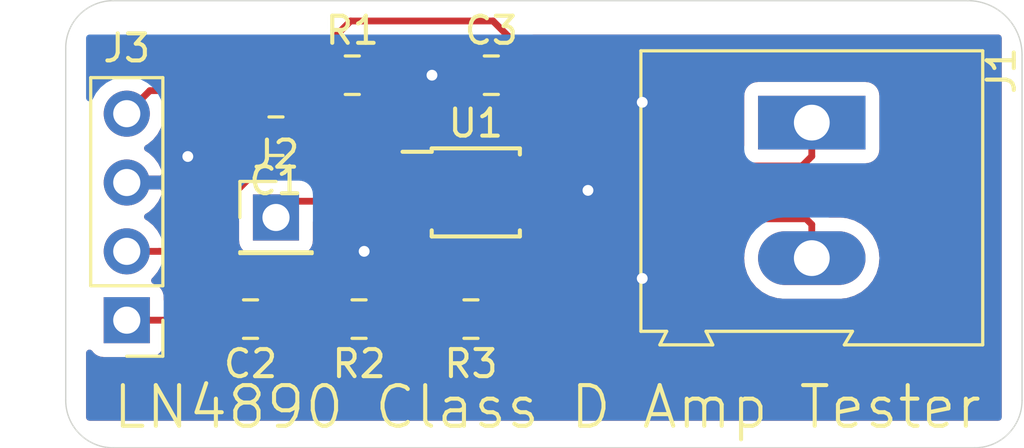
<source format=kicad_pcb>
(kicad_pcb (version 20171130) (host pcbnew 5.1.2)

  (general
    (thickness 1.6)
    (drawings 9)
    (tracks 51)
    (zones 0)
    (modules 10)
    (nets 11)
  )

  (page A4)
  (layers
    (0 F.Cu signal)
    (31 B.Cu signal)
    (32 B.Adhes user)
    (33 F.Adhes user)
    (34 B.Paste user)
    (35 F.Paste user)
    (36 B.SilkS user)
    (37 F.SilkS user)
    (38 B.Mask user)
    (39 F.Mask user)
    (40 Dwgs.User user)
    (41 Cmts.User user)
    (42 Eco1.User user)
    (43 Eco2.User user)
    (44 Edge.Cuts user)
    (45 Margin user)
    (46 B.CrtYd user)
    (47 F.CrtYd user)
    (48 B.Fab user)
    (49 F.Fab user)
  )

  (setup
    (last_trace_width 0.25)
    (trace_clearance 0.2)
    (zone_clearance 0.508)
    (zone_45_only no)
    (trace_min 0.2)
    (via_size 0.8)
    (via_drill 0.4)
    (via_min_size 0.4)
    (via_min_drill 0.3)
    (uvia_size 0.3)
    (uvia_drill 0.1)
    (uvias_allowed no)
    (uvia_min_size 0.2)
    (uvia_min_drill 0.1)
    (edge_width 0.05)
    (segment_width 0.2)
    (pcb_text_width 0.3)
    (pcb_text_size 1.5 1.5)
    (mod_edge_width 0.12)
    (mod_text_size 1 1)
    (mod_text_width 0.15)
    (pad_size 1.524 1.524)
    (pad_drill 0.762)
    (pad_to_mask_clearance 0.051)
    (solder_mask_min_width 0.25)
    (aux_axis_origin 0 0)
    (visible_elements FFFFFF7F)
    (pcbplotparams
      (layerselection 0x010fc_ffffffff)
      (usegerberextensions false)
      (usegerberattributes false)
      (usegerberadvancedattributes false)
      (creategerberjobfile false)
      (excludeedgelayer true)
      (linewidth 0.100000)
      (plotframeref false)
      (viasonmask false)
      (mode 1)
      (useauxorigin false)
      (hpglpennumber 1)
      (hpglpenspeed 20)
      (hpglpendiameter 15.000000)
      (psnegative false)
      (psa4output false)
      (plotreference true)
      (plotvalue true)
      (plotinvisibletext false)
      (padsonsilk false)
      (subtractmaskfromsilk false)
      (outputformat 1)
      (mirror false)
      (drillshape 0)
      (scaleselection 1)
      (outputdirectory "Gerbers/"))
  )

  (net 0 "")
  (net 1 VSS)
  (net 2 "Net-(C1-Pad1)")
  (net 3 "Net-(C2-Pad1)")
  (net 4 Audio)
  (net 5 VCC)
  (net 6 "Net-(J1-Pad1)")
  (net 7 "Net-(J1-Pad2)")
  (net 8 "Net-(J2-Pad1)")
  (net 9 Shutdown)
  (net 10 "Net-(R2-Pad1)")

  (net_class Default "This is the default net class."
    (clearance 0.2)
    (trace_width 0.25)
    (via_dia 0.8)
    (via_drill 0.4)
    (uvia_dia 0.3)
    (uvia_drill 0.1)
    (add_net Audio)
    (add_net "Net-(C1-Pad1)")
    (add_net "Net-(C2-Pad1)")
    (add_net "Net-(J1-Pad1)")
    (add_net "Net-(J1-Pad2)")
    (add_net "Net-(J2-Pad1)")
    (add_net "Net-(R2-Pad1)")
    (add_net Shutdown)
    (add_net VCC)
    (add_net VSS)
  )

  (module Capacitor_SMD:C_0805_2012Metric (layer F.Cu) (tedit 5B36C52B) (tstamp 5D137A3E)
    (at 136.5 82.75 180)
    (descr "Capacitor SMD 0805 (2012 Metric), square (rectangular) end terminal, IPC_7351 nominal, (Body size source: https://docs.google.com/spreadsheets/d/1BsfQQcO9C6DZCsRaXUlFlo91Tg2WpOkGARC1WS5S8t0/edit?usp=sharing), generated with kicad-footprint-generator")
    (tags capacitor)
    (path /5D084ED0)
    (attr smd)
    (fp_text reference C1 (at 0 -1.65) (layer F.SilkS)
      (effects (font (size 1 1) (thickness 0.15)))
    )
    (fp_text value 1uF (at 0 1.65) (layer F.Fab)
      (effects (font (size 1 1) (thickness 0.15)))
    )
    (fp_text user %R (at 0 0) (layer F.Fab)
      (effects (font (size 0.5 0.5) (thickness 0.08)))
    )
    (fp_line (start 1.68 0.95) (end -1.68 0.95) (layer F.CrtYd) (width 0.05))
    (fp_line (start 1.68 -0.95) (end 1.68 0.95) (layer F.CrtYd) (width 0.05))
    (fp_line (start -1.68 -0.95) (end 1.68 -0.95) (layer F.CrtYd) (width 0.05))
    (fp_line (start -1.68 0.95) (end -1.68 -0.95) (layer F.CrtYd) (width 0.05))
    (fp_line (start -0.258578 0.71) (end 0.258578 0.71) (layer F.SilkS) (width 0.12))
    (fp_line (start -0.258578 -0.71) (end 0.258578 -0.71) (layer F.SilkS) (width 0.12))
    (fp_line (start 1 0.6) (end -1 0.6) (layer F.Fab) (width 0.1))
    (fp_line (start 1 -0.6) (end 1 0.6) (layer F.Fab) (width 0.1))
    (fp_line (start -1 -0.6) (end 1 -0.6) (layer F.Fab) (width 0.1))
    (fp_line (start -1 0.6) (end -1 -0.6) (layer F.Fab) (width 0.1))
    (pad 2 smd roundrect (at 0.9375 0 180) (size 0.975 1.4) (layers F.Cu F.Paste F.Mask) (roundrect_rratio 0.25)
      (net 1 VSS))
    (pad 1 smd roundrect (at -0.9375 0 180) (size 0.975 1.4) (layers F.Cu F.Paste F.Mask) (roundrect_rratio 0.25)
      (net 2 "Net-(C1-Pad1)"))
    (model ${KISYS3DMOD}/Capacitor_SMD.3dshapes/C_0805_2012Metric.wrl
      (at (xyz 0 0 0))
      (scale (xyz 1 1 1))
      (rotate (xyz 0 0 0))
    )
  )

  (module Capacitor_SMD:C_0805_2012Metric (layer F.Cu) (tedit 5B36C52B) (tstamp 5D137A4F)
    (at 135.5625 89.5 180)
    (descr "Capacitor SMD 0805 (2012 Metric), square (rectangular) end terminal, IPC_7351 nominal, (Body size source: https://docs.google.com/spreadsheets/d/1BsfQQcO9C6DZCsRaXUlFlo91Tg2WpOkGARC1WS5S8t0/edit?usp=sharing), generated with kicad-footprint-generator")
    (tags capacitor)
    (path /5D084496)
    (attr smd)
    (fp_text reference C2 (at 0 -1.65) (layer F.SilkS)
      (effects (font (size 1 1) (thickness 0.15)))
    )
    (fp_text value 0.39uF (at 0 1.65) (layer F.Fab)
      (effects (font (size 1 1) (thickness 0.15)))
    )
    (fp_line (start -1 0.6) (end -1 -0.6) (layer F.Fab) (width 0.1))
    (fp_line (start -1 -0.6) (end 1 -0.6) (layer F.Fab) (width 0.1))
    (fp_line (start 1 -0.6) (end 1 0.6) (layer F.Fab) (width 0.1))
    (fp_line (start 1 0.6) (end -1 0.6) (layer F.Fab) (width 0.1))
    (fp_line (start -0.258578 -0.71) (end 0.258578 -0.71) (layer F.SilkS) (width 0.12))
    (fp_line (start -0.258578 0.71) (end 0.258578 0.71) (layer F.SilkS) (width 0.12))
    (fp_line (start -1.68 0.95) (end -1.68 -0.95) (layer F.CrtYd) (width 0.05))
    (fp_line (start -1.68 -0.95) (end 1.68 -0.95) (layer F.CrtYd) (width 0.05))
    (fp_line (start 1.68 -0.95) (end 1.68 0.95) (layer F.CrtYd) (width 0.05))
    (fp_line (start 1.68 0.95) (end -1.68 0.95) (layer F.CrtYd) (width 0.05))
    (fp_text user %R (at 0 0) (layer F.Fab)
      (effects (font (size 0.5 0.5) (thickness 0.08)))
    )
    (pad 1 smd roundrect (at -0.9375 0 180) (size 0.975 1.4) (layers F.Cu F.Paste F.Mask) (roundrect_rratio 0.25)
      (net 3 "Net-(C2-Pad1)"))
    (pad 2 smd roundrect (at 0.9375 0 180) (size 0.975 1.4) (layers F.Cu F.Paste F.Mask) (roundrect_rratio 0.25)
      (net 4 Audio))
    (model ${KISYS3DMOD}/Capacitor_SMD.3dshapes/C_0805_2012Metric.wrl
      (at (xyz 0 0 0))
      (scale (xyz 1 1 1))
      (rotate (xyz 0 0 0))
    )
  )

  (module Capacitor_SMD:C_0805_2012Metric (layer F.Cu) (tedit 5B36C52B) (tstamp 5D137A60)
    (at 144.4375 80.5)
    (descr "Capacitor SMD 0805 (2012 Metric), square (rectangular) end terminal, IPC_7351 nominal, (Body size source: https://docs.google.com/spreadsheets/d/1BsfQQcO9C6DZCsRaXUlFlo91Tg2WpOkGARC1WS5S8t0/edit?usp=sharing), generated with kicad-footprint-generator")
    (tags capacitor)
    (path /5D0885AA)
    (attr smd)
    (fp_text reference C3 (at 0 -1.65) (layer F.SilkS)
      (effects (font (size 1 1) (thickness 0.15)))
    )
    (fp_text value 1uF (at 0 1.65) (layer F.Fab)
      (effects (font (size 1 1) (thickness 0.15)))
    )
    (fp_line (start -1 0.6) (end -1 -0.6) (layer F.Fab) (width 0.1))
    (fp_line (start -1 -0.6) (end 1 -0.6) (layer F.Fab) (width 0.1))
    (fp_line (start 1 -0.6) (end 1 0.6) (layer F.Fab) (width 0.1))
    (fp_line (start 1 0.6) (end -1 0.6) (layer F.Fab) (width 0.1))
    (fp_line (start -0.258578 -0.71) (end 0.258578 -0.71) (layer F.SilkS) (width 0.12))
    (fp_line (start -0.258578 0.71) (end 0.258578 0.71) (layer F.SilkS) (width 0.12))
    (fp_line (start -1.68 0.95) (end -1.68 -0.95) (layer F.CrtYd) (width 0.05))
    (fp_line (start -1.68 -0.95) (end 1.68 -0.95) (layer F.CrtYd) (width 0.05))
    (fp_line (start 1.68 -0.95) (end 1.68 0.95) (layer F.CrtYd) (width 0.05))
    (fp_line (start 1.68 0.95) (end -1.68 0.95) (layer F.CrtYd) (width 0.05))
    (fp_text user %R (at 0 0) (layer F.Fab)
      (effects (font (size 0.5 0.5) (thickness 0.08)))
    )
    (pad 1 smd roundrect (at -0.9375 0) (size 0.975 1.4) (layers F.Cu F.Paste F.Mask) (roundrect_rratio 0.25)
      (net 1 VSS))
    (pad 2 smd roundrect (at 0.9375 0) (size 0.975 1.4) (layers F.Cu F.Paste F.Mask) (roundrect_rratio 0.25)
      (net 5 VCC))
    (model ${KISYS3DMOD}/Capacitor_SMD.3dshapes/C_0805_2012Metric.wrl
      (at (xyz 0 0 0))
      (scale (xyz 1 1 1))
      (rotate (xyz 0 0 0))
    )
  )

  (module TerminalBlock:TerminalBlock_Altech_AK300-2_P5.00mm (layer F.Cu) (tedit 59FF0306) (tstamp 5D137AC7)
    (at 156.25 82.25 270)
    (descr "Altech AK300 terminal block, pitch 5.0mm, 45 degree angled, see http://www.mouser.com/ds/2/16/PCBMETRC-24178.pdf")
    (tags "Altech AK300 terminal block pitch 5.0mm")
    (path /5D1C9714)
    (fp_text reference J1 (at -1.92 -6.99 90) (layer F.SilkS)
      (effects (font (size 1 1) (thickness 0.15)))
    )
    (fp_text value Out (at 2.78 7.75 90) (layer F.Fab)
      (effects (font (size 1 1) (thickness 0.15)))
    )
    (fp_text user %R (at 2.5 -2 90) (layer F.Fab)
      (effects (font (size 1 1) (thickness 0.15)))
    )
    (fp_line (start -2.65 -6.3) (end -2.65 6.3) (layer F.SilkS) (width 0.12))
    (fp_line (start -2.65 6.3) (end 7.7 6.3) (layer F.SilkS) (width 0.12))
    (fp_line (start 7.7 6.3) (end 7.7 5.35) (layer F.SilkS) (width 0.12))
    (fp_line (start 7.7 5.35) (end 8.2 5.6) (layer F.SilkS) (width 0.12))
    (fp_line (start 8.2 5.6) (end 8.2 3.7) (layer F.SilkS) (width 0.12))
    (fp_line (start 8.2 3.7) (end 8.2 3.65) (layer F.SilkS) (width 0.12))
    (fp_line (start 8.2 3.65) (end 7.7 3.9) (layer F.SilkS) (width 0.12))
    (fp_line (start 7.7 3.9) (end 7.7 -1.5) (layer F.SilkS) (width 0.12))
    (fp_line (start 7.7 -1.5) (end 8.2 -1.2) (layer F.SilkS) (width 0.12))
    (fp_line (start 8.2 -1.2) (end 8.2 -6.3) (layer F.SilkS) (width 0.12))
    (fp_line (start 8.2 -6.3) (end -2.65 -6.3) (layer F.SilkS) (width 0.12))
    (fp_line (start -1.26 2.54) (end 1.28 2.54) (layer F.Fab) (width 0.1))
    (fp_line (start 1.28 2.54) (end 1.28 -0.25) (layer F.Fab) (width 0.1))
    (fp_line (start -1.26 -0.25) (end 1.28 -0.25) (layer F.Fab) (width 0.1))
    (fp_line (start -1.26 2.54) (end -1.26 -0.25) (layer F.Fab) (width 0.1))
    (fp_line (start 3.74 2.54) (end 6.28 2.54) (layer F.Fab) (width 0.1))
    (fp_line (start 6.28 2.54) (end 6.28 -0.25) (layer F.Fab) (width 0.1))
    (fp_line (start 3.74 -0.25) (end 6.28 -0.25) (layer F.Fab) (width 0.1))
    (fp_line (start 3.74 2.54) (end 3.74 -0.25) (layer F.Fab) (width 0.1))
    (fp_line (start 7.61 -6.22) (end 7.61 -3.17) (layer F.Fab) (width 0.1))
    (fp_line (start 7.61 -6.22) (end -2.58 -6.22) (layer F.Fab) (width 0.1))
    (fp_line (start 7.61 -6.22) (end 8.11 -6.22) (layer F.Fab) (width 0.1))
    (fp_line (start 8.11 -6.22) (end 8.11 -1.4) (layer F.Fab) (width 0.1))
    (fp_line (start 8.11 -1.4) (end 7.61 -1.65) (layer F.Fab) (width 0.1))
    (fp_line (start 8.11 5.46) (end 7.61 5.21) (layer F.Fab) (width 0.1))
    (fp_line (start 7.61 5.21) (end 7.61 6.22) (layer F.Fab) (width 0.1))
    (fp_line (start 8.11 3.81) (end 7.61 4.06) (layer F.Fab) (width 0.1))
    (fp_line (start 7.61 4.06) (end 7.61 5.21) (layer F.Fab) (width 0.1))
    (fp_line (start 8.11 3.81) (end 8.11 5.46) (layer F.Fab) (width 0.1))
    (fp_line (start 2.98 6.22) (end 2.98 4.32) (layer F.Fab) (width 0.1))
    (fp_line (start 7.05 -0.25) (end 7.05 4.32) (layer F.Fab) (width 0.1))
    (fp_line (start 2.98 6.22) (end 7.05 6.22) (layer F.Fab) (width 0.1))
    (fp_line (start 7.05 6.22) (end 7.61 6.22) (layer F.Fab) (width 0.1))
    (fp_line (start 2.04 6.22) (end 2.04 4.32) (layer F.Fab) (width 0.1))
    (fp_line (start 2.04 6.22) (end 2.98 6.22) (layer F.Fab) (width 0.1))
    (fp_line (start -2.02 -0.25) (end -2.02 4.32) (layer F.Fab) (width 0.1))
    (fp_line (start -2.58 6.22) (end -2.02 6.22) (layer F.Fab) (width 0.1))
    (fp_line (start -2.02 6.22) (end 2.04 6.22) (layer F.Fab) (width 0.1))
    (fp_line (start 2.98 4.32) (end 7.05 4.32) (layer F.Fab) (width 0.1))
    (fp_line (start 2.98 4.32) (end 2.98 -0.25) (layer F.Fab) (width 0.1))
    (fp_line (start 7.05 4.32) (end 7.05 6.22) (layer F.Fab) (width 0.1))
    (fp_line (start 2.04 4.32) (end -2.02 4.32) (layer F.Fab) (width 0.1))
    (fp_line (start 2.04 4.32) (end 2.04 -0.25) (layer F.Fab) (width 0.1))
    (fp_line (start -2.02 4.32) (end -2.02 6.22) (layer F.Fab) (width 0.1))
    (fp_line (start 6.67 3.68) (end 6.67 0.51) (layer F.Fab) (width 0.1))
    (fp_line (start 6.67 3.68) (end 3.36 3.68) (layer F.Fab) (width 0.1))
    (fp_line (start 3.36 3.68) (end 3.36 0.51) (layer F.Fab) (width 0.1))
    (fp_line (start 1.66 3.68) (end 1.66 0.51) (layer F.Fab) (width 0.1))
    (fp_line (start 1.66 3.68) (end -1.64 3.68) (layer F.Fab) (width 0.1))
    (fp_line (start -1.64 3.68) (end -1.64 0.51) (layer F.Fab) (width 0.1))
    (fp_line (start -1.64 0.51) (end -1.26 0.51) (layer F.Fab) (width 0.1))
    (fp_line (start 1.66 0.51) (end 1.28 0.51) (layer F.Fab) (width 0.1))
    (fp_line (start 3.36 0.51) (end 3.74 0.51) (layer F.Fab) (width 0.1))
    (fp_line (start 6.67 0.51) (end 6.28 0.51) (layer F.Fab) (width 0.1))
    (fp_line (start -2.58 6.22) (end -2.58 -0.64) (layer F.Fab) (width 0.1))
    (fp_line (start -2.58 -0.64) (end -2.58 -3.17) (layer F.Fab) (width 0.1))
    (fp_line (start 7.61 -1.65) (end 7.61 -0.64) (layer F.Fab) (width 0.1))
    (fp_line (start 7.61 -0.64) (end 7.61 4.06) (layer F.Fab) (width 0.1))
    (fp_line (start -2.58 -3.17) (end 7.61 -3.17) (layer F.Fab) (width 0.1))
    (fp_line (start -2.58 -3.17) (end -2.58 -6.22) (layer F.Fab) (width 0.1))
    (fp_line (start 7.61 -3.17) (end 7.61 -1.65) (layer F.Fab) (width 0.1))
    (fp_line (start 2.98 -3.43) (end 2.98 -5.97) (layer F.Fab) (width 0.1))
    (fp_line (start 2.98 -5.97) (end 7.05 -5.97) (layer F.Fab) (width 0.1))
    (fp_line (start 7.05 -5.97) (end 7.05 -3.43) (layer F.Fab) (width 0.1))
    (fp_line (start 7.05 -3.43) (end 2.98 -3.43) (layer F.Fab) (width 0.1))
    (fp_line (start 2.04 -3.43) (end 2.04 -5.97) (layer F.Fab) (width 0.1))
    (fp_line (start 2.04 -3.43) (end -2.02 -3.43) (layer F.Fab) (width 0.1))
    (fp_line (start -2.02 -3.43) (end -2.02 -5.97) (layer F.Fab) (width 0.1))
    (fp_line (start 2.04 -5.97) (end -2.02 -5.97) (layer F.Fab) (width 0.1))
    (fp_line (start 3.39 -4.45) (end 6.44 -5.08) (layer F.Fab) (width 0.1))
    (fp_line (start 3.52 -4.32) (end 6.56 -4.95) (layer F.Fab) (width 0.1))
    (fp_line (start -1.62 -4.45) (end 1.44 -5.08) (layer F.Fab) (width 0.1))
    (fp_line (start -1.49 -4.32) (end 1.56 -4.95) (layer F.Fab) (width 0.1))
    (fp_line (start -2.02 -0.25) (end -1.64 -0.25) (layer F.Fab) (width 0.1))
    (fp_line (start 2.04 -0.25) (end 1.66 -0.25) (layer F.Fab) (width 0.1))
    (fp_line (start 1.66 -0.25) (end -1.64 -0.25) (layer F.Fab) (width 0.1))
    (fp_line (start -2.58 -0.64) (end -1.64 -0.64) (layer F.Fab) (width 0.1))
    (fp_line (start -1.64 -0.64) (end 1.66 -0.64) (layer F.Fab) (width 0.1))
    (fp_line (start 1.66 -0.64) (end 3.36 -0.64) (layer F.Fab) (width 0.1))
    (fp_line (start 7.61 -0.64) (end 6.67 -0.64) (layer F.Fab) (width 0.1))
    (fp_line (start 6.67 -0.64) (end 3.36 -0.64) (layer F.Fab) (width 0.1))
    (fp_line (start 7.05 -0.25) (end 6.67 -0.25) (layer F.Fab) (width 0.1))
    (fp_line (start 2.98 -0.25) (end 3.36 -0.25) (layer F.Fab) (width 0.1))
    (fp_line (start 3.36 -0.25) (end 6.67 -0.25) (layer F.Fab) (width 0.1))
    (fp_line (start -2.83 -6.47) (end 8.36 -6.47) (layer F.CrtYd) (width 0.05))
    (fp_line (start -2.83 -6.47) (end -2.83 6.47) (layer F.CrtYd) (width 0.05))
    (fp_line (start 8.36 6.47) (end 8.36 -6.47) (layer F.CrtYd) (width 0.05))
    (fp_line (start 8.36 6.47) (end -2.83 6.47) (layer F.CrtYd) (width 0.05))
    (fp_arc (start 6.03 -4.59) (end 6.54 -5.05) (angle 90.5) (layer F.Fab) (width 0.1))
    (fp_arc (start 5.07 -6.07) (end 6.53 -4.12) (angle 75.5) (layer F.Fab) (width 0.1))
    (fp_arc (start 4.99 -3.71) (end 3.39 -5) (angle 100) (layer F.Fab) (width 0.1))
    (fp_arc (start 3.87 -4.65) (end 3.58 -4.13) (angle 104.2) (layer F.Fab) (width 0.1))
    (fp_arc (start 1.03 -4.59) (end 1.53 -5.05) (angle 90.5) (layer F.Fab) (width 0.1))
    (fp_arc (start 0.06 -6.07) (end 1.53 -4.12) (angle 75.5) (layer F.Fab) (width 0.1))
    (fp_arc (start -0.01 -3.71) (end -1.62 -5) (angle 100) (layer F.Fab) (width 0.1))
    (fp_arc (start -1.13 -4.65) (end -1.42 -4.13) (angle 104.2) (layer F.Fab) (width 0.1))
    (pad 1 thru_hole rect (at 0 0 270) (size 1.98 3.96) (drill 1.32) (layers *.Cu *.Mask)
      (net 6 "Net-(J1-Pad1)"))
    (pad 2 thru_hole oval (at 5 0 270) (size 1.98 3.96) (drill 1.32) (layers *.Cu *.Mask)
      (net 7 "Net-(J1-Pad2)"))
    (model ${KISYS3DMOD}/TerminalBlock.3dshapes/TerminalBlock_Altech_AK300-2_P5.00mm.wrl
      (at (xyz 0 0 0))
      (scale (xyz 1 1 1))
      (rotate (xyz 0 0 0))
    )
  )

  (module Connector_PinHeader_2.54mm:PinHeader_1x01_P2.54mm_Vertical (layer F.Cu) (tedit 59FED5CC) (tstamp 5D137ADC)
    (at 136.5 85.75)
    (descr "Through hole straight pin header, 1x01, 2.54mm pitch, single row")
    (tags "Through hole pin header THT 1x01 2.54mm single row")
    (path /5D0881D0)
    (fp_text reference J2 (at 0 -2.33) (layer F.SilkS)
      (effects (font (size 1 1) (thickness 0.15)))
    )
    (fp_text value Conn_01x01 (at 0 2.33) (layer F.Fab)
      (effects (font (size 1 1) (thickness 0.15)))
    )
    (fp_line (start -0.635 -1.27) (end 1.27 -1.27) (layer F.Fab) (width 0.1))
    (fp_line (start 1.27 -1.27) (end 1.27 1.27) (layer F.Fab) (width 0.1))
    (fp_line (start 1.27 1.27) (end -1.27 1.27) (layer F.Fab) (width 0.1))
    (fp_line (start -1.27 1.27) (end -1.27 -0.635) (layer F.Fab) (width 0.1))
    (fp_line (start -1.27 -0.635) (end -0.635 -1.27) (layer F.Fab) (width 0.1))
    (fp_line (start -1.33 1.33) (end 1.33 1.33) (layer F.SilkS) (width 0.12))
    (fp_line (start -1.33 1.27) (end -1.33 1.33) (layer F.SilkS) (width 0.12))
    (fp_line (start 1.33 1.27) (end 1.33 1.33) (layer F.SilkS) (width 0.12))
    (fp_line (start -1.33 1.27) (end 1.33 1.27) (layer F.SilkS) (width 0.12))
    (fp_line (start -1.33 0) (end -1.33 -1.33) (layer F.SilkS) (width 0.12))
    (fp_line (start -1.33 -1.33) (end 0 -1.33) (layer F.SilkS) (width 0.12))
    (fp_line (start -1.8 -1.8) (end -1.8 1.8) (layer F.CrtYd) (width 0.05))
    (fp_line (start -1.8 1.8) (end 1.8 1.8) (layer F.CrtYd) (width 0.05))
    (fp_line (start 1.8 1.8) (end 1.8 -1.8) (layer F.CrtYd) (width 0.05))
    (fp_line (start 1.8 -1.8) (end -1.8 -1.8) (layer F.CrtYd) (width 0.05))
    (fp_text user %R (at 0 0 90) (layer F.Fab)
      (effects (font (size 1 1) (thickness 0.15)))
    )
    (pad 1 thru_hole rect (at 0 0) (size 1.7 1.7) (drill 1) (layers *.Cu *.Mask)
      (net 8 "Net-(J2-Pad1)"))
    (model ${KISYS3DMOD}/Connector_PinHeader_2.54mm.3dshapes/PinHeader_1x01_P2.54mm_Vertical.wrl
      (at (xyz 0 0 0))
      (scale (xyz 1 1 1))
      (rotate (xyz 0 0 0))
    )
  )

  (module Connector_PinHeader_2.54mm:PinHeader_1x04_P2.54mm_Vertical (layer F.Cu) (tedit 59FED5CC) (tstamp 5D137AF4)
    (at 131 89.54 180)
    (descr "Through hole straight pin header, 1x04, 2.54mm pitch, single row")
    (tags "Through hole pin header THT 1x04 2.54mm single row")
    (path /5D1CFB8D)
    (fp_text reference J3 (at 0 10.04) (layer F.SilkS)
      (effects (font (size 1 1) (thickness 0.15)))
    )
    (fp_text value Conn_01x04 (at 0 9.95) (layer F.Fab)
      (effects (font (size 1 1) (thickness 0.15)))
    )
    (fp_line (start -0.635 -1.27) (end 1.27 -1.27) (layer F.Fab) (width 0.1))
    (fp_line (start 1.27 -1.27) (end 1.27 8.89) (layer F.Fab) (width 0.1))
    (fp_line (start 1.27 8.89) (end -1.27 8.89) (layer F.Fab) (width 0.1))
    (fp_line (start -1.27 8.89) (end -1.27 -0.635) (layer F.Fab) (width 0.1))
    (fp_line (start -1.27 -0.635) (end -0.635 -1.27) (layer F.Fab) (width 0.1))
    (fp_line (start -1.33 8.95) (end 1.33 8.95) (layer F.SilkS) (width 0.12))
    (fp_line (start -1.33 1.27) (end -1.33 8.95) (layer F.SilkS) (width 0.12))
    (fp_line (start 1.33 1.27) (end 1.33 8.95) (layer F.SilkS) (width 0.12))
    (fp_line (start -1.33 1.27) (end 1.33 1.27) (layer F.SilkS) (width 0.12))
    (fp_line (start -1.33 0) (end -1.33 -1.33) (layer F.SilkS) (width 0.12))
    (fp_line (start -1.33 -1.33) (end 0 -1.33) (layer F.SilkS) (width 0.12))
    (fp_line (start -1.8 -1.8) (end -1.8 9.4) (layer F.CrtYd) (width 0.05))
    (fp_line (start -1.8 9.4) (end 1.8 9.4) (layer F.CrtYd) (width 0.05))
    (fp_line (start 1.8 9.4) (end 1.8 -1.8) (layer F.CrtYd) (width 0.05))
    (fp_line (start 1.8 -1.8) (end -1.8 -1.8) (layer F.CrtYd) (width 0.05))
    (fp_text user %R (at 0 3.81 90) (layer F.Fab)
      (effects (font (size 1 1) (thickness 0.15)))
    )
    (pad 1 thru_hole rect (at 0 0 180) (size 1.7 1.7) (drill 1) (layers *.Cu *.Mask)
      (net 4 Audio))
    (pad 2 thru_hole oval (at 0 2.54 180) (size 1.7 1.7) (drill 1) (layers *.Cu *.Mask)
      (net 9 Shutdown))
    (pad 3 thru_hole oval (at 0 5.08 180) (size 1.7 1.7) (drill 1) (layers *.Cu *.Mask)
      (net 1 VSS))
    (pad 4 thru_hole oval (at 0 7.62 180) (size 1.7 1.7) (drill 1) (layers *.Cu *.Mask)
      (net 5 VCC))
    (model ${KISYS3DMOD}/Connector_PinHeader_2.54mm.3dshapes/PinHeader_1x04_P2.54mm_Vertical.wrl
      (at (xyz 0 0 0))
      (scale (xyz 1 1 1))
      (rotate (xyz 0 0 0))
    )
  )

  (module Resistor_SMD:R_0805_2012Metric (layer F.Cu) (tedit 5B36C52B) (tstamp 5D137B05)
    (at 139.3125 80.5)
    (descr "Resistor SMD 0805 (2012 Metric), square (rectangular) end terminal, IPC_7351 nominal, (Body size source: https://docs.google.com/spreadsheets/d/1BsfQQcO9C6DZCsRaXUlFlo91Tg2WpOkGARC1WS5S8t0/edit?usp=sharing), generated with kicad-footprint-generator")
    (tags resistor)
    (path /5D0833F1)
    (attr smd)
    (fp_text reference R1 (at 0 -1.65) (layer F.SilkS)
      (effects (font (size 1 1) (thickness 0.15)))
    )
    (fp_text value 20k (at 0 1.65) (layer F.Fab)
      (effects (font (size 1 1) (thickness 0.15)))
    )
    (fp_line (start -1 0.6) (end -1 -0.6) (layer F.Fab) (width 0.1))
    (fp_line (start -1 -0.6) (end 1 -0.6) (layer F.Fab) (width 0.1))
    (fp_line (start 1 -0.6) (end 1 0.6) (layer F.Fab) (width 0.1))
    (fp_line (start 1 0.6) (end -1 0.6) (layer F.Fab) (width 0.1))
    (fp_line (start -0.258578 -0.71) (end 0.258578 -0.71) (layer F.SilkS) (width 0.12))
    (fp_line (start -0.258578 0.71) (end 0.258578 0.71) (layer F.SilkS) (width 0.12))
    (fp_line (start -1.68 0.95) (end -1.68 -0.95) (layer F.CrtYd) (width 0.05))
    (fp_line (start -1.68 -0.95) (end 1.68 -0.95) (layer F.CrtYd) (width 0.05))
    (fp_line (start 1.68 -0.95) (end 1.68 0.95) (layer F.CrtYd) (width 0.05))
    (fp_line (start 1.68 0.95) (end -1.68 0.95) (layer F.CrtYd) (width 0.05))
    (fp_text user %R (at 0 0) (layer F.Fab)
      (effects (font (size 0.5 0.5) (thickness 0.08)))
    )
    (pad 1 smd roundrect (at -0.9375 0) (size 0.975 1.4) (layers F.Cu F.Paste F.Mask) (roundrect_rratio 0.25)
      (net 5 VCC))
    (pad 2 smd roundrect (at 0.9375 0) (size 0.975 1.4) (layers F.Cu F.Paste F.Mask) (roundrect_rratio 0.25)
      (net 9 Shutdown))
    (model ${KISYS3DMOD}/Resistor_SMD.3dshapes/R_0805_2012Metric.wrl
      (at (xyz 0 0 0))
      (scale (xyz 1 1 1))
      (rotate (xyz 0 0 0))
    )
  )

  (module Resistor_SMD:R_0805_2012Metric (layer F.Cu) (tedit 5B36C52B) (tstamp 5D137B16)
    (at 139.5625 89.5 180)
    (descr "Resistor SMD 0805 (2012 Metric), square (rectangular) end terminal, IPC_7351 nominal, (Body size source: https://docs.google.com/spreadsheets/d/1BsfQQcO9C6DZCsRaXUlFlo91Tg2WpOkGARC1WS5S8t0/edit?usp=sharing), generated with kicad-footprint-generator")
    (tags resistor)
    (path /5D083EB6)
    (attr smd)
    (fp_text reference R2 (at 0 -1.65) (layer F.SilkS)
      (effects (font (size 1 1) (thickness 0.15)))
    )
    (fp_text value 20k (at 0 1.65) (layer F.Fab)
      (effects (font (size 1 1) (thickness 0.15)))
    )
    (fp_line (start -1 0.6) (end -1 -0.6) (layer F.Fab) (width 0.1))
    (fp_line (start -1 -0.6) (end 1 -0.6) (layer F.Fab) (width 0.1))
    (fp_line (start 1 -0.6) (end 1 0.6) (layer F.Fab) (width 0.1))
    (fp_line (start 1 0.6) (end -1 0.6) (layer F.Fab) (width 0.1))
    (fp_line (start -0.258578 -0.71) (end 0.258578 -0.71) (layer F.SilkS) (width 0.12))
    (fp_line (start -0.258578 0.71) (end 0.258578 0.71) (layer F.SilkS) (width 0.12))
    (fp_line (start -1.68 0.95) (end -1.68 -0.95) (layer F.CrtYd) (width 0.05))
    (fp_line (start -1.68 -0.95) (end 1.68 -0.95) (layer F.CrtYd) (width 0.05))
    (fp_line (start 1.68 -0.95) (end 1.68 0.95) (layer F.CrtYd) (width 0.05))
    (fp_line (start 1.68 0.95) (end -1.68 0.95) (layer F.CrtYd) (width 0.05))
    (fp_text user %R (at 0 0) (layer F.Fab)
      (effects (font (size 0.5 0.5) (thickness 0.08)))
    )
    (pad 1 smd roundrect (at -0.9375 0 180) (size 0.975 1.4) (layers F.Cu F.Paste F.Mask) (roundrect_rratio 0.25)
      (net 10 "Net-(R2-Pad1)"))
    (pad 2 smd roundrect (at 0.9375 0 180) (size 0.975 1.4) (layers F.Cu F.Paste F.Mask) (roundrect_rratio 0.25)
      (net 3 "Net-(C2-Pad1)"))
    (model ${KISYS3DMOD}/Resistor_SMD.3dshapes/R_0805_2012Metric.wrl
      (at (xyz 0 0 0))
      (scale (xyz 1 1 1))
      (rotate (xyz 0 0 0))
    )
  )

  (module Resistor_SMD:R_0805_2012Metric (layer F.Cu) (tedit 5B36C52B) (tstamp 5D13827E)
    (at 143.6875 89.5 180)
    (descr "Resistor SMD 0805 (2012 Metric), square (rectangular) end terminal, IPC_7351 nominal, (Body size source: https://docs.google.com/spreadsheets/d/1BsfQQcO9C6DZCsRaXUlFlo91Tg2WpOkGARC1WS5S8t0/edit?usp=sharing), generated with kicad-footprint-generator")
    (tags resistor)
    (path /5D083996)
    (attr smd)
    (fp_text reference R3 (at 0 -1.65) (layer F.SilkS)
      (effects (font (size 1 1) (thickness 0.15)))
    )
    (fp_text value 20k (at 0 1.65) (layer F.Fab)
      (effects (font (size 1 1) (thickness 0.15)))
    )
    (fp_text user %R (at 0 0) (layer F.Fab)
      (effects (font (size 0.5 0.5) (thickness 0.08)))
    )
    (fp_line (start 1.68 0.95) (end -1.68 0.95) (layer F.CrtYd) (width 0.05))
    (fp_line (start 1.68 -0.95) (end 1.68 0.95) (layer F.CrtYd) (width 0.05))
    (fp_line (start -1.68 -0.95) (end 1.68 -0.95) (layer F.CrtYd) (width 0.05))
    (fp_line (start -1.68 0.95) (end -1.68 -0.95) (layer F.CrtYd) (width 0.05))
    (fp_line (start -0.258578 0.71) (end 0.258578 0.71) (layer F.SilkS) (width 0.12))
    (fp_line (start -0.258578 -0.71) (end 0.258578 -0.71) (layer F.SilkS) (width 0.12))
    (fp_line (start 1 0.6) (end -1 0.6) (layer F.Fab) (width 0.1))
    (fp_line (start 1 -0.6) (end 1 0.6) (layer F.Fab) (width 0.1))
    (fp_line (start -1 -0.6) (end 1 -0.6) (layer F.Fab) (width 0.1))
    (fp_line (start -1 0.6) (end -1 -0.6) (layer F.Fab) (width 0.1))
    (pad 2 smd roundrect (at 0.9375 0 180) (size 0.975 1.4) (layers F.Cu F.Paste F.Mask) (roundrect_rratio 0.25)
      (net 10 "Net-(R2-Pad1)"))
    (pad 1 smd roundrect (at -0.9375 0 180) (size 0.975 1.4) (layers F.Cu F.Paste F.Mask) (roundrect_rratio 0.25)
      (net 7 "Net-(J1-Pad2)"))
    (model ${KISYS3DMOD}/Resistor_SMD.3dshapes/R_0805_2012Metric.wrl
      (at (xyz 0 0 0))
      (scale (xyz 1 1 1))
      (rotate (xyz 0 0 0))
    )
  )

  (module Package_SO:TSSOP-8_3x3mm_P0.65mm (layer F.Cu) (tedit 5A02F25C) (tstamp 5D137B44)
    (at 143.865001 84.825001)
    (descr "TSSOP8: plastic thin shrink small outline package; 8 leads; body width 3 mm; (see NXP SSOP-TSSOP-VSO-REFLOW.pdf and sot505-1_po.pdf)")
    (tags "SSOP 0.65")
    (path /5D082A72)
    (attr smd)
    (fp_text reference U1 (at 0 -2.55) (layer F.SilkS)
      (effects (font (size 1 1) (thickness 0.15)))
    )
    (fp_text value LN4890 (at 0 2.55) (layer F.Fab)
      (effects (font (size 1 1) (thickness 0.15)))
    )
    (fp_line (start -0.5 -1.5) (end 1.5 -1.5) (layer F.Fab) (width 0.15))
    (fp_line (start 1.5 -1.5) (end 1.5 1.5) (layer F.Fab) (width 0.15))
    (fp_line (start 1.5 1.5) (end -1.5 1.5) (layer F.Fab) (width 0.15))
    (fp_line (start -1.5 1.5) (end -1.5 -0.5) (layer F.Fab) (width 0.15))
    (fp_line (start -1.5 -0.5) (end -0.5 -1.5) (layer F.Fab) (width 0.15))
    (fp_line (start -2.95 -1.8) (end -2.95 1.8) (layer F.CrtYd) (width 0.05))
    (fp_line (start 2.95 -1.8) (end 2.95 1.8) (layer F.CrtYd) (width 0.05))
    (fp_line (start -2.95 -1.8) (end 2.95 -1.8) (layer F.CrtYd) (width 0.05))
    (fp_line (start -2.95 1.8) (end 2.95 1.8) (layer F.CrtYd) (width 0.05))
    (fp_line (start -1.625 -1.625) (end -1.625 -1.5) (layer F.SilkS) (width 0.15))
    (fp_line (start 1.625 -1.625) (end 1.625 -1.4) (layer F.SilkS) (width 0.15))
    (fp_line (start 1.625 1.625) (end 1.625 1.4) (layer F.SilkS) (width 0.15))
    (fp_line (start -1.625 1.625) (end -1.625 1.4) (layer F.SilkS) (width 0.15))
    (fp_line (start -1.625 -1.625) (end 1.625 -1.625) (layer F.SilkS) (width 0.15))
    (fp_line (start -1.625 1.625) (end 1.625 1.625) (layer F.SilkS) (width 0.15))
    (fp_line (start -1.625 -1.5) (end -2.7 -1.5) (layer F.SilkS) (width 0.15))
    (fp_text user %R (at 0 0) (layer F.Fab)
      (effects (font (size 0.6 0.6) (thickness 0.15)))
    )
    (pad 1 smd rect (at -2.15 -0.975) (size 1.1 0.4) (layers F.Cu F.Paste F.Mask)
      (net 9 Shutdown))
    (pad 2 smd rect (at -2.15 -0.325) (size 1.1 0.4) (layers F.Cu F.Paste F.Mask)
      (net 2 "Net-(C1-Pad1)"))
    (pad 3 smd rect (at -2.15 0.325) (size 1.1 0.4) (layers F.Cu F.Paste F.Mask)
      (net 8 "Net-(J2-Pad1)"))
    (pad 4 smd rect (at -2.15 0.975) (size 1.1 0.4) (layers F.Cu F.Paste F.Mask)
      (net 10 "Net-(R2-Pad1)"))
    (pad 5 smd rect (at 2.15 0.975) (size 1.1 0.4) (layers F.Cu F.Paste F.Mask)
      (net 7 "Net-(J1-Pad2)"))
    (pad 6 smd rect (at 2.15 0.325) (size 1.1 0.4) (layers F.Cu F.Paste F.Mask)
      (net 5 VCC))
    (pad 7 smd rect (at 2.15 -0.325) (size 1.1 0.4) (layers F.Cu F.Paste F.Mask)
      (net 1 VSS))
    (pad 8 smd rect (at 2.15 -0.975) (size 1.1 0.4) (layers F.Cu F.Paste F.Mask)
      (net 6 "Net-(J1-Pad1)"))
    (model ${KISYS3DMOD}/Package_SO.3dshapes/TSSOP-8_3x3mm_P0.65mm.wrl
      (at (xyz 0 0 0))
      (scale (xyz 1 1 1))
      (rotate (xyz 0 0 0))
    )
  )

  (gr_arc (start 130.5 92.5) (end 128.75 92.5) (angle -90) (layer Edge.Cuts) (width 0.05))
  (gr_arc (start 130.5 79.5) (end 130.5 77.75) (angle -90) (layer Edge.Cuts) (width 0.05))
  (gr_arc (start 162 79.75) (end 164 79.75) (angle -90) (layer Edge.Cuts) (width 0.05))
  (gr_arc (start 162.25 92.5) (end 162.25 94.25) (angle -90) (layer Edge.Cuts) (width 0.05))
  (gr_line (start 164 79.75) (end 164 92.5) (layer Edge.Cuts) (width 0.05))
  (gr_line (start 130.5 77.75) (end 162 77.75) (layer Edge.Cuts) (width 0.05))
  (gr_line (start 128.75 92.5) (end 128.75 79.5) (layer Edge.Cuts) (width 0.05))
  (gr_line (start 162.25 94.25) (end 130.5 94.25) (layer Edge.Cuts) (width 0.05))
  (gr_text "LN4890 Class D Amp Tester" (at 146.5 92.75) (layer F.SilkS)
    (effects (font (size 1.5 1.5) (thickness 0.15)))
  )

  (segment (start 146.015001 84.500001) (end 147.750001 84.500001) (width 0.25) (layer F.Cu) (net 1))
  (via (at 148 84.75) (size 0.8) (drill 0.4) (layers F.Cu B.Cu) (net 1))
  (segment (start 147.750001 84.500001) (end 148 84.75) (width 0.25) (layer F.Cu) (net 1))
  (via (at 142.25 80.5) (size 0.8) (drill 0.4) (layers F.Cu B.Cu) (net 1))
  (via (at 133.25 83.5) (size 0.8) (drill 0.4) (layers F.Cu B.Cu) (net 1))
  (via (at 139.75 87) (size 0.8) (drill 0.4) (layers F.Cu B.Cu) (net 1))
  (via (at 150 88) (size 0.8) (drill 0.4) (layers F.Cu B.Cu) (net 1))
  (via (at 150 81.5) (size 0.8) (drill 0.4) (layers F.Cu B.Cu) (net 1))
  (segment (start 141.715001 84.500001) (end 139.500001 84.500001) (width 0.25) (layer F.Cu) (net 2))
  (segment (start 139.500001 84.500001) (end 137.5 82.5) (width 0.25) (layer F.Cu) (net 2))
  (segment (start 136.5 89.5) (end 138.75 89.5) (width 0.25) (layer F.Cu) (net 3))
  (segment (start 134.42 89.58) (end 134.5 89.5) (width 0.25) (layer F.Cu) (net 4))
  (segment (start 131 89.54) (end 134.71 89.54) (width 0.25) (layer F.Cu) (net 4))
  (segment (start 134.71 89.54) (end 134.75 89.5) (width 0.25) (layer F.Cu) (net 4))
  (segment (start 145.14 85.075) (end 145.14 80.61) (width 0.25) (layer F.Cu) (net 5))
  (segment (start 146.015001 85.150001) (end 145.215001 85.150001) (width 0.25) (layer F.Cu) (net 5))
  (segment (start 145.215001 85.150001) (end 145.14 85.075) (width 0.25) (layer F.Cu) (net 5))
  (segment (start 145.14 80.61) (end 145.25 80.5) (width 0.25) (layer F.Cu) (net 5))
  (segment (start 131.849999 81.070001) (end 137.679999 81.070001) (width 0.25) (layer F.Cu) (net 5))
  (segment (start 131 81.92) (end 131.849999 81.070001) (width 0.25) (layer F.Cu) (net 5))
  (segment (start 137.679999 81.070001) (end 138.25 80.5) (width 0.25) (layer F.Cu) (net 5))
  (segment (start 138.375 80.5) (end 138.375 79.375) (width 0.25) (layer F.Cu) (net 5))
  (segment (start 138.375 79.375) (end 139.25 78.5) (width 0.25) (layer F.Cu) (net 5))
  (segment (start 139.25 78.5) (end 144.5 78.5) (width 0.25) (layer F.Cu) (net 5))
  (segment (start 144.5 78.5) (end 145.25 79.25) (width 0.25) (layer F.Cu) (net 5))
  (segment (start 145.25 79.25) (end 145.25 80) (width 0.25) (layer F.Cu) (net 5))
  (segment (start 155.889999 83.850001) (end 156.25 83.49) (width 0.25) (layer F.Cu) (net 6))
  (segment (start 146.015001 83.850001) (end 155.889999 83.850001) (width 0.25) (layer F.Cu) (net 6))
  (segment (start 156.25 83.49) (end 156.25 82.25) (width 0.25) (layer F.Cu) (net 6))
  (segment (start 145.2125 89.5) (end 146 88.7125) (width 0.25) (layer F.Cu) (net 7))
  (segment (start 144.625 89.5) (end 145.2125 89.5) (width 0.25) (layer F.Cu) (net 7))
  (segment (start 146 88.7125) (end 146 86) (width 0.25) (layer F.Cu) (net 7))
  (segment (start 156.040001 85.800001) (end 156.25 86.01) (width 0.25) (layer F.Cu) (net 7))
  (segment (start 146.015001 85.800001) (end 156.040001 85.800001) (width 0.25) (layer F.Cu) (net 7))
  (segment (start 156.25 86.01) (end 156.25 87.25) (width 0.25) (layer F.Cu) (net 7))
  (segment (start 141.715001 85.150001) (end 137.099999 85.150001) (width 0.25) (layer F.Cu) (net 8))
  (segment (start 137.099999 85.150001) (end 136.5 85.75) (width 0.25) (layer F.Cu) (net 8))
  (segment (start 141.715001 83.400001) (end 140.25 81.935) (width 0.25) (layer F.Cu) (net 9))
  (segment (start 141.715001 83.850001) (end 141.715001 83.400001) (width 0.25) (layer F.Cu) (net 9))
  (segment (start 140.25 81.935) (end 140.25 80.75) (width 0.25) (layer F.Cu) (net 9))
  (segment (start 140.03999 81.72499) (end 136.95816 81.72499) (width 0.25) (layer F.Cu) (net 9))
  (segment (start 136.95816 81.72499) (end 136.37501 82.30814) (width 0.25) (layer F.Cu) (net 9))
  (segment (start 140.25 81.935) (end 140.03999 81.72499) (width 0.25) (layer F.Cu) (net 9))
  (segment (start 136.37501 82.30814) (end 136.37501 83.44184) (width 0.25) (layer F.Cu) (net 9))
  (segment (start 132.81685 87) (end 132.202081 87) (width 0.25) (layer F.Cu) (net 9))
  (segment (start 136.37501 83.44184) (end 132.81685 87) (width 0.25) (layer F.Cu) (net 9))
  (segment (start 132.202081 87) (end 131 87) (width 0.25) (layer F.Cu) (net 9))
  (segment (start 140.5 89.5) (end 141.75 88.25) (width 0.25) (layer F.Cu) (net 10))
  (segment (start 141.75 88.25) (end 141.75 85.75) (width 0.25) (layer F.Cu) (net 10))
  (segment (start 141.75 88.25) (end 141.75 88.5) (width 0.25) (layer F.Cu) (net 10))
  (segment (start 141.75 88.5) (end 142.75 89.5) (width 0.25) (layer F.Cu) (net 10))

  (zone (net 1) (net_name VSS) (layer F.Cu) (tstamp 5D1384F8) (hatch edge 0.508)
    (connect_pads (clearance 0.508))
    (min_thickness 0.254)
    (fill yes (arc_segments 32) (thermal_gap 0.508) (thermal_bridge_width 0.508))
    (polygon
      (pts
        (xy 129.5 79) (xy 129.5 93.25) (xy 163.25 93.25) (xy 163.25 79)
      )
    )
    (filled_polygon
      (pts
        (xy 163.123 93.123) (xy 129.627 93.123) (xy 129.627 90.753678) (xy 129.698815 90.841185) (xy 129.795506 90.920537)
        (xy 129.90582 90.979502) (xy 130.025518 91.015812) (xy 130.15 91.028072) (xy 131.85 91.028072) (xy 131.974482 91.015812)
        (xy 132.09418 90.979502) (xy 132.204494 90.920537) (xy 132.301185 90.841185) (xy 132.380537 90.744494) (xy 132.439502 90.63418)
        (xy 132.475812 90.514482) (xy 132.488072 90.39) (xy 132.488072 90.3) (xy 133.569916 90.3) (xy 133.648042 90.446164)
        (xy 133.757708 90.579792) (xy 133.891336 90.689458) (xy 134.043791 90.770947) (xy 134.209215 90.821128) (xy 134.38125 90.838072)
        (xy 134.86875 90.838072) (xy 135.040785 90.821128) (xy 135.206209 90.770947) (xy 135.358664 90.689458) (xy 135.492292 90.579792)
        (xy 135.5625 90.494244) (xy 135.632708 90.579792) (xy 135.766336 90.689458) (xy 135.918791 90.770947) (xy 136.084215 90.821128)
        (xy 136.25625 90.838072) (xy 136.74375 90.838072) (xy 136.915785 90.821128) (xy 137.081209 90.770947) (xy 137.233664 90.689458)
        (xy 137.367292 90.579792) (xy 137.476958 90.446164) (xy 137.558447 90.293709) (xy 137.5625 90.280348) (xy 137.566553 90.293709)
        (xy 137.648042 90.446164) (xy 137.757708 90.579792) (xy 137.891336 90.689458) (xy 138.043791 90.770947) (xy 138.209215 90.821128)
        (xy 138.38125 90.838072) (xy 138.86875 90.838072) (xy 139.040785 90.821128) (xy 139.206209 90.770947) (xy 139.358664 90.689458)
        (xy 139.492292 90.579792) (xy 139.5625 90.494244) (xy 139.632708 90.579792) (xy 139.766336 90.689458) (xy 139.918791 90.770947)
        (xy 140.084215 90.821128) (xy 140.25625 90.838072) (xy 140.74375 90.838072) (xy 140.915785 90.821128) (xy 141.081209 90.770947)
        (xy 141.233664 90.689458) (xy 141.367292 90.579792) (xy 141.476958 90.446164) (xy 141.558447 90.293709) (xy 141.608628 90.128285)
        (xy 141.625 89.962058) (xy 141.641372 90.128285) (xy 141.691553 90.293709) (xy 141.773042 90.446164) (xy 141.882708 90.579792)
        (xy 142.016336 90.689458) (xy 142.168791 90.770947) (xy 142.334215 90.821128) (xy 142.50625 90.838072) (xy 142.99375 90.838072)
        (xy 143.165785 90.821128) (xy 143.331209 90.770947) (xy 143.483664 90.689458) (xy 143.617292 90.579792) (xy 143.6875 90.494244)
        (xy 143.757708 90.579792) (xy 143.891336 90.689458) (xy 144.043791 90.770947) (xy 144.209215 90.821128) (xy 144.38125 90.838072)
        (xy 144.86875 90.838072) (xy 145.040785 90.821128) (xy 145.206209 90.770947) (xy 145.358664 90.689458) (xy 145.492292 90.579792)
        (xy 145.601958 90.446164) (xy 145.683447 90.293709) (xy 145.733628 90.128285) (xy 145.741428 90.049088) (xy 145.752501 90.040001)
        (xy 145.776303 90.010998) (xy 146.511004 89.276298) (xy 146.540001 89.252501) (xy 146.634974 89.136776) (xy 146.705546 89.004747)
        (xy 146.749003 88.861486) (xy 146.76 88.749833) (xy 146.76 88.749824) (xy 146.763676 88.712501) (xy 146.76 88.675178)
        (xy 146.76 86.604422) (xy 146.809181 86.589503) (xy 146.864374 86.560001) (xy 153.786245 86.560001) (xy 153.751432 86.625131)
        (xy 153.658513 86.931444) (xy 153.627138 87.25) (xy 153.658513 87.568556) (xy 153.751432 87.874869) (xy 153.902325 88.15717)
        (xy 154.105392 88.404608) (xy 154.35283 88.607675) (xy 154.635131 88.758568) (xy 154.941444 88.851487) (xy 155.180176 88.875)
        (xy 157.319824 88.875) (xy 157.558556 88.851487) (xy 157.864869 88.758568) (xy 158.14717 88.607675) (xy 158.394608 88.404608)
        (xy 158.597675 88.15717) (xy 158.748568 87.874869) (xy 158.841487 87.568556) (xy 158.872862 87.25) (xy 158.841487 86.931444)
        (xy 158.748568 86.625131) (xy 158.597675 86.34283) (xy 158.394608 86.095392) (xy 158.14717 85.892325) (xy 157.864869 85.741432)
        (xy 157.558556 85.648513) (xy 157.319824 85.625) (xy 156.905968 85.625) (xy 156.884974 85.585724) (xy 156.790001 85.469999)
        (xy 156.761003 85.446201) (xy 156.603804 85.289003) (xy 156.580002 85.26) (xy 156.464277 85.165027) (xy 156.332248 85.094455)
        (xy 156.188987 85.050998) (xy 156.077334 85.040001) (xy 156.077323 85.040001) (xy 156.040001 85.036325) (xy 156.002679 85.040001)
        (xy 147.203073 85.040001) (xy 147.203073 84.950001) (xy 147.190813 84.825519) (xy 147.189914 84.822555) (xy 147.200001 84.731751)
        (xy 147.132033 84.663783) (xy 147.112373 84.627003) (xy 147.200001 84.627003) (xy 147.200001 84.610001) (xy 155.852677 84.610001)
        (xy 155.889999 84.613677) (xy 155.927321 84.610001) (xy 155.927332 84.610001) (xy 156.038985 84.599004) (xy 156.182246 84.555547)
        (xy 156.314275 84.484975) (xy 156.43 84.390002) (xy 156.453803 84.360998) (xy 156.760998 84.053803) (xy 156.790001 84.030001)
        (xy 156.884974 83.914276) (xy 156.904326 83.878072) (xy 158.23 83.878072) (xy 158.354482 83.865812) (xy 158.47418 83.829502)
        (xy 158.584494 83.770537) (xy 158.681185 83.691185) (xy 158.760537 83.594494) (xy 158.819502 83.48418) (xy 158.855812 83.364482)
        (xy 158.868072 83.24) (xy 158.868072 81.26) (xy 158.855812 81.135518) (xy 158.819502 81.01582) (xy 158.760537 80.905506)
        (xy 158.681185 80.808815) (xy 158.584494 80.729463) (xy 158.47418 80.670498) (xy 158.354482 80.634188) (xy 158.23 80.621928)
        (xy 154.27 80.621928) (xy 154.145518 80.634188) (xy 154.02582 80.670498) (xy 153.915506 80.729463) (xy 153.818815 80.808815)
        (xy 153.739463 80.905506) (xy 153.680498 81.01582) (xy 153.644188 81.135518) (xy 153.631928 81.26) (xy 153.631928 83.090001)
        (xy 146.864374 83.090001) (xy 146.809181 83.060499) (xy 146.689483 83.024189) (xy 146.565001 83.011929) (xy 145.9 83.011929)
        (xy 145.9 81.787998) (xy 145.956209 81.770947) (xy 146.108664 81.689458) (xy 146.242292 81.579792) (xy 146.351958 81.446164)
        (xy 146.433447 81.293709) (xy 146.483628 81.128285) (xy 146.500572 80.95625) (xy 146.500572 80.04375) (xy 146.483628 79.871715)
        (xy 146.433447 79.706291) (xy 146.351958 79.553836) (xy 146.242292 79.420208) (xy 146.108664 79.310542) (xy 146.012762 79.259281)
        (xy 146.013676 79.249999) (xy 146.01 79.212676) (xy 146.01 79.212667) (xy 146.001562 79.127) (xy 163.123 79.127)
      )
    )
    (filled_polygon
      (pts
        (xy 135.011928 86.6) (xy 135.024188 86.724482) (xy 135.060498 86.84418) (xy 135.119463 86.954494) (xy 135.198815 87.051185)
        (xy 135.295506 87.130537) (xy 135.40582 87.189502) (xy 135.525518 87.225812) (xy 135.65 87.238072) (xy 137.35 87.238072)
        (xy 137.474482 87.225812) (xy 137.59418 87.189502) (xy 137.704494 87.130537) (xy 137.801185 87.051185) (xy 137.880537 86.954494)
        (xy 137.939502 86.84418) (xy 137.975812 86.724482) (xy 137.988072 86.6) (xy 137.988072 85.910001) (xy 140.526929 85.910001)
        (xy 140.526929 86.000001) (xy 140.539189 86.124483) (xy 140.575499 86.244181) (xy 140.634464 86.354495) (xy 140.713816 86.451186)
        (xy 140.810507 86.530538) (xy 140.920821 86.589503) (xy 140.990001 86.610488) (xy 140.99 87.935198) (xy 140.76152 88.163678)
        (xy 140.74375 88.161928) (xy 140.25625 88.161928) (xy 140.084215 88.178872) (xy 139.918791 88.229053) (xy 139.766336 88.310542)
        (xy 139.632708 88.420208) (xy 139.5625 88.505756) (xy 139.492292 88.420208) (xy 139.358664 88.310542) (xy 139.206209 88.229053)
        (xy 139.040785 88.178872) (xy 138.86875 88.161928) (xy 138.38125 88.161928) (xy 138.209215 88.178872) (xy 138.043791 88.229053)
        (xy 137.891336 88.310542) (xy 137.757708 88.420208) (xy 137.648042 88.553836) (xy 137.566553 88.706291) (xy 137.5625 88.719652)
        (xy 137.558447 88.706291) (xy 137.476958 88.553836) (xy 137.367292 88.420208) (xy 137.233664 88.310542) (xy 137.081209 88.229053)
        (xy 136.915785 88.178872) (xy 136.74375 88.161928) (xy 136.25625 88.161928) (xy 136.084215 88.178872) (xy 135.918791 88.229053)
        (xy 135.766336 88.310542) (xy 135.632708 88.420208) (xy 135.5625 88.505756) (xy 135.492292 88.420208) (xy 135.358664 88.310542)
        (xy 135.206209 88.229053) (xy 135.040785 88.178872) (xy 134.86875 88.161928) (xy 134.38125 88.161928) (xy 134.209215 88.178872)
        (xy 134.043791 88.229053) (xy 133.891336 88.310542) (xy 133.757708 88.420208) (xy 133.648042 88.553836) (xy 133.566553 88.706291)
        (xy 133.544194 88.78) (xy 132.488072 88.78) (xy 132.488072 88.69) (xy 132.475812 88.565518) (xy 132.439502 88.44582)
        (xy 132.380537 88.335506) (xy 132.301185 88.238815) (xy 132.204494 88.159463) (xy 132.09418 88.100498) (xy 132.025313 88.079607)
        (xy 132.055134 88.055134) (xy 132.240706 87.829014) (xy 132.277595 87.76) (xy 132.779528 87.76) (xy 132.81685 87.763676)
        (xy 132.854172 87.76) (xy 132.854183 87.76) (xy 132.965836 87.749003) (xy 133.109097 87.705546) (xy 133.241126 87.634974)
        (xy 133.356851 87.540001) (xy 133.380654 87.510997) (xy 135.011928 85.879723)
      )
    )
    (filled_polygon
      (pts
        (xy 142.658006 79.269463) (xy 142.561315 79.348815) (xy 142.481963 79.445506) (xy 142.422998 79.55582) (xy 142.386688 79.675518)
        (xy 142.374428 79.8) (xy 142.3775 80.21425) (xy 142.53625 80.373) (xy 143.373 80.373) (xy 143.373 80.353)
        (xy 143.627 80.353) (xy 143.627 80.373) (xy 143.647 80.373) (xy 143.647 80.627) (xy 143.627 80.627)
        (xy 143.627 81.67625) (xy 143.78575 81.835) (xy 143.9875 81.838072) (xy 144.111982 81.825812) (xy 144.23168 81.789502)
        (xy 144.341994 81.730537) (xy 144.380001 81.699346) (xy 144.38 85.037677) (xy 144.376324 85.075) (xy 144.38 85.112322)
        (xy 144.38 85.112332) (xy 144.390997 85.223985) (xy 144.415407 85.304454) (xy 144.434454 85.367246) (xy 144.505026 85.499276)
        (xy 144.511984 85.507754) (xy 144.599999 85.615001) (xy 144.629 85.638802) (xy 144.6512 85.661002) (xy 144.675 85.690002)
        (xy 144.790725 85.784975) (xy 144.826929 85.804327) (xy 144.826929 86.000001) (xy 144.839189 86.124483) (xy 144.875499 86.244181)
        (xy 144.934464 86.354495) (xy 145.013816 86.451186) (xy 145.110507 86.530538) (xy 145.220821 86.589503) (xy 145.240001 86.595321)
        (xy 145.24 88.247115) (xy 145.206209 88.229053) (xy 145.040785 88.178872) (xy 144.86875 88.161928) (xy 144.38125 88.161928)
        (xy 144.209215 88.178872) (xy 144.043791 88.229053) (xy 143.891336 88.310542) (xy 143.757708 88.420208) (xy 143.6875 88.505756)
        (xy 143.617292 88.420208) (xy 143.483664 88.310542) (xy 143.331209 88.229053) (xy 143.165785 88.178872) (xy 142.99375 88.161928)
        (xy 142.51 88.161928) (xy 142.51 86.589065) (xy 142.619495 86.530538) (xy 142.716186 86.451186) (xy 142.795538 86.354495)
        (xy 142.854503 86.244181) (xy 142.890813 86.124483) (xy 142.903073 86.000001) (xy 142.903073 85.600001) (xy 142.890813 85.475519)
        (xy 142.890656 85.475001) (xy 142.890813 85.474483) (xy 142.903073 85.350001) (xy 142.903073 84.950001) (xy 142.890813 84.825519)
        (xy 142.890656 84.825001) (xy 142.890813 84.824483) (xy 142.903073 84.700001) (xy 142.903073 84.300001) (xy 142.890813 84.175519)
        (xy 142.890656 84.175001) (xy 142.890813 84.174483) (xy 142.903073 84.050001) (xy 142.903073 83.650001) (xy 142.890813 83.525519)
        (xy 142.854503 83.405821) (xy 142.795538 83.295507) (xy 142.716186 83.198816) (xy 142.619495 83.119464) (xy 142.509181 83.060499)
        (xy 142.389483 83.024189) (xy 142.375124 83.022775) (xy 142.349975 82.975725) (xy 142.255002 82.86) (xy 142.226004 82.836202)
        (xy 141.036169 81.646368) (xy 141.117292 81.579792) (xy 141.226958 81.446164) (xy 141.308447 81.293709) (xy 141.336873 81.2)
        (xy 142.374428 81.2) (xy 142.386688 81.324482) (xy 142.422998 81.44418) (xy 142.481963 81.554494) (xy 142.561315 81.651185)
        (xy 142.658006 81.730537) (xy 142.76832 81.789502) (xy 142.888018 81.825812) (xy 143.0125 81.838072) (xy 143.21425 81.835)
        (xy 143.373 81.67625) (xy 143.373 80.627) (xy 142.53625 80.627) (xy 142.3775 80.78575) (xy 142.374428 81.2)
        (xy 141.336873 81.2) (xy 141.358628 81.128285) (xy 141.375572 80.95625) (xy 141.375572 80.04375) (xy 141.358628 79.871715)
        (xy 141.308447 79.706291) (xy 141.226958 79.553836) (xy 141.117292 79.420208) (xy 140.983664 79.310542) (xy 140.889107 79.26)
        (xy 142.67571 79.26)
      )
    )
    (filled_polygon
      (pts
        (xy 134.449188 81.925518) (xy 134.436928 82.05) (xy 134.44 82.46425) (xy 134.59875 82.623) (xy 135.4355 82.623)
        (xy 135.4355 82.603) (xy 135.61501 82.603) (xy 135.615011 82.897) (xy 135.4355 82.897) (xy 135.4355 82.877)
        (xy 134.59875 82.877) (xy 134.44 83.03575) (xy 134.436928 83.45) (xy 134.449188 83.574482) (xy 134.485498 83.69418)
        (xy 134.544463 83.804494) (xy 134.623815 83.901185) (xy 134.720506 83.980537) (xy 134.747228 83.99482) (xy 132.502049 86.24)
        (xy 132.277595 86.24) (xy 132.240706 86.170986) (xy 132.055134 85.944866) (xy 131.829014 85.759294) (xy 131.764477 85.724799)
        (xy 131.881355 85.655178) (xy 132.097588 85.460269) (xy 132.271641 85.22692) (xy 132.396825 84.964099) (xy 132.441476 84.81689)
        (xy 132.320155 84.587) (xy 131.127 84.587) (xy 131.127 84.607) (xy 130.873 84.607) (xy 130.873 84.587)
        (xy 130.853 84.587) (xy 130.853 84.333) (xy 130.873 84.333) (xy 130.873 84.313) (xy 131.127 84.313)
        (xy 131.127 84.333) (xy 132.320155 84.333) (xy 132.441476 84.10311) (xy 132.396825 83.955901) (xy 132.271641 83.69308)
        (xy 132.097588 83.459731) (xy 131.881355 83.264822) (xy 131.764477 83.195201) (xy 131.829014 83.160706) (xy 132.055134 82.975134)
        (xy 132.240706 82.749014) (xy 132.378599 82.491034) (xy 132.463513 82.211111) (xy 132.492185 81.92) (xy 132.483321 81.830001)
        (xy 134.478163 81.830001)
      )
    )
  )
  (zone (net 1) (net_name VSS) (layer B.Cu) (tstamp 5D1384F5) (hatch edge 0.508)
    (connect_pads (clearance 0.508))
    (min_thickness 0.254)
    (fill yes (arc_segments 32) (thermal_gap 0.508) (thermal_bridge_width 0.508))
    (polygon
      (pts
        (xy 129.5 79) (xy 129.5 93.25) (xy 163.25 93.25) (xy 163.25 79)
      )
    )
    (filled_polygon
      (pts
        (xy 163.123 93.123) (xy 129.627 93.123) (xy 129.627 90.753678) (xy 129.698815 90.841185) (xy 129.795506 90.920537)
        (xy 129.90582 90.979502) (xy 130.025518 91.015812) (xy 130.15 91.028072) (xy 131.85 91.028072) (xy 131.974482 91.015812)
        (xy 132.09418 90.979502) (xy 132.204494 90.920537) (xy 132.301185 90.841185) (xy 132.380537 90.744494) (xy 132.439502 90.63418)
        (xy 132.475812 90.514482) (xy 132.488072 90.39) (xy 132.488072 88.69) (xy 132.475812 88.565518) (xy 132.439502 88.44582)
        (xy 132.380537 88.335506) (xy 132.301185 88.238815) (xy 132.204494 88.159463) (xy 132.09418 88.100498) (xy 132.025313 88.079607)
        (xy 132.055134 88.055134) (xy 132.240706 87.829014) (xy 132.378599 87.571034) (xy 132.463513 87.291111) (xy 132.467562 87.25)
        (xy 153.627138 87.25) (xy 153.658513 87.568556) (xy 153.751432 87.874869) (xy 153.902325 88.15717) (xy 154.105392 88.404608)
        (xy 154.35283 88.607675) (xy 154.635131 88.758568) (xy 154.941444 88.851487) (xy 155.180176 88.875) (xy 157.319824 88.875)
        (xy 157.558556 88.851487) (xy 157.864869 88.758568) (xy 158.14717 88.607675) (xy 158.394608 88.404608) (xy 158.597675 88.15717)
        (xy 158.748568 87.874869) (xy 158.841487 87.568556) (xy 158.872862 87.25) (xy 158.841487 86.931444) (xy 158.748568 86.625131)
        (xy 158.597675 86.34283) (xy 158.394608 86.095392) (xy 158.14717 85.892325) (xy 157.864869 85.741432) (xy 157.558556 85.648513)
        (xy 157.319824 85.625) (xy 155.180176 85.625) (xy 154.941444 85.648513) (xy 154.635131 85.741432) (xy 154.35283 85.892325)
        (xy 154.105392 86.095392) (xy 153.902325 86.34283) (xy 153.751432 86.625131) (xy 153.658513 86.931444) (xy 153.627138 87.25)
        (xy 132.467562 87.25) (xy 132.492185 87) (xy 132.463513 86.708889) (xy 132.378599 86.428966) (xy 132.240706 86.170986)
        (xy 132.055134 85.944866) (xy 131.829014 85.759294) (xy 131.764477 85.724799) (xy 131.881355 85.655178) (xy 132.097588 85.460269)
        (xy 132.271641 85.22692) (xy 132.396825 84.964099) (xy 132.416267 84.9) (xy 135.011928 84.9) (xy 135.011928 86.6)
        (xy 135.024188 86.724482) (xy 135.060498 86.84418) (xy 135.119463 86.954494) (xy 135.198815 87.051185) (xy 135.295506 87.130537)
        (xy 135.40582 87.189502) (xy 135.525518 87.225812) (xy 135.65 87.238072) (xy 137.35 87.238072) (xy 137.474482 87.225812)
        (xy 137.59418 87.189502) (xy 137.704494 87.130537) (xy 137.801185 87.051185) (xy 137.880537 86.954494) (xy 137.939502 86.84418)
        (xy 137.975812 86.724482) (xy 137.988072 86.6) (xy 137.988072 84.9) (xy 137.975812 84.775518) (xy 137.939502 84.65582)
        (xy 137.880537 84.545506) (xy 137.801185 84.448815) (xy 137.704494 84.369463) (xy 137.59418 84.310498) (xy 137.474482 84.274188)
        (xy 137.35 84.261928) (xy 135.65 84.261928) (xy 135.525518 84.274188) (xy 135.40582 84.310498) (xy 135.295506 84.369463)
        (xy 135.198815 84.448815) (xy 135.119463 84.545506) (xy 135.060498 84.65582) (xy 135.024188 84.775518) (xy 135.011928 84.9)
        (xy 132.416267 84.9) (xy 132.441476 84.81689) (xy 132.320155 84.587) (xy 131.127 84.587) (xy 131.127 84.607)
        (xy 130.873 84.607) (xy 130.873 84.587) (xy 130.853 84.587) (xy 130.853 84.333) (xy 130.873 84.333)
        (xy 130.873 84.313) (xy 131.127 84.313) (xy 131.127 84.333) (xy 132.320155 84.333) (xy 132.441476 84.10311)
        (xy 132.396825 83.955901) (xy 132.271641 83.69308) (xy 132.097588 83.459731) (xy 131.881355 83.264822) (xy 131.764477 83.195201)
        (xy 131.829014 83.160706) (xy 132.055134 82.975134) (xy 132.240706 82.749014) (xy 132.378599 82.491034) (xy 132.463513 82.211111)
        (xy 132.492185 81.92) (xy 132.463513 81.628889) (xy 132.378599 81.348966) (xy 132.331046 81.26) (xy 153.631928 81.26)
        (xy 153.631928 83.24) (xy 153.644188 83.364482) (xy 153.680498 83.48418) (xy 153.739463 83.594494) (xy 153.818815 83.691185)
        (xy 153.915506 83.770537) (xy 154.02582 83.829502) (xy 154.145518 83.865812) (xy 154.27 83.878072) (xy 158.23 83.878072)
        (xy 158.354482 83.865812) (xy 158.47418 83.829502) (xy 158.584494 83.770537) (xy 158.681185 83.691185) (xy 158.760537 83.594494)
        (xy 158.819502 83.48418) (xy 158.855812 83.364482) (xy 158.868072 83.24) (xy 158.868072 81.26) (xy 158.855812 81.135518)
        (xy 158.819502 81.01582) (xy 158.760537 80.905506) (xy 158.681185 80.808815) (xy 158.584494 80.729463) (xy 158.47418 80.670498)
        (xy 158.354482 80.634188) (xy 158.23 80.621928) (xy 154.27 80.621928) (xy 154.145518 80.634188) (xy 154.02582 80.670498)
        (xy 153.915506 80.729463) (xy 153.818815 80.808815) (xy 153.739463 80.905506) (xy 153.680498 81.01582) (xy 153.644188 81.135518)
        (xy 153.631928 81.26) (xy 132.331046 81.26) (xy 132.240706 81.090986) (xy 132.055134 80.864866) (xy 131.829014 80.679294)
        (xy 131.571034 80.541401) (xy 131.291111 80.456487) (xy 131.07295 80.435) (xy 130.92705 80.435) (xy 130.708889 80.456487)
        (xy 130.428966 80.541401) (xy 130.170986 80.679294) (xy 129.944866 80.864866) (xy 129.759294 81.090986) (xy 129.627 81.338491)
        (xy 129.627 79.127) (xy 163.123 79.127)
      )
    )
  )
)

</source>
